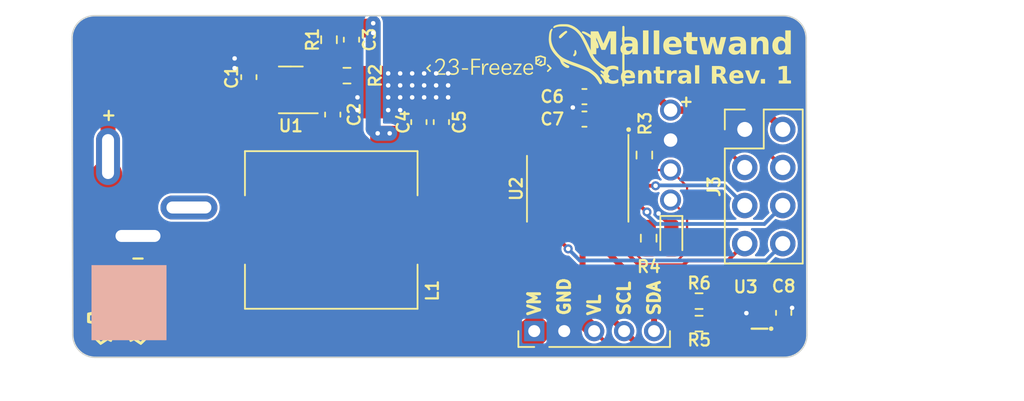
<source format=kicad_pcb>
(kicad_pcb (version 20221018) (generator pcbnew)
  (layers (0 "F.Cu" signal) (31 "B.Cu" signal) (34 "B.Paste" user) (35 "F.Paste" user) (36 "B.SilkS" user "B.Silkscreen") (37 "F.SilkS" user "F.Silkscreen") (38 "B.Mask" user) (39 "F.Mask" user) (44 "Edge.Cuts" user))
  (net 0 "")
  (net 1 "VBUS")
  (net 2 "GND")
  (net 3 "Net-(U1-BS)")
  (net 4 "Net-(U1-SW)")
  (net 5 "VDD")
  (net 6 "Net-(U1-FB)")
  (net 7 "Net-(D2-A)")
  (net 9 "SWCLK")
  (net 10 "SWDIO")
  (net 11 "nRF_CE")
  (net 12 "SPI1_MOSI")
  (net 13 "SPI1_MISO")
  (net 14 "I2C2_SCL")
  (net 15 "I2C2_SDA")
  (net 16 "ACT_LED")
  (net 24 "nRF_CS")
  (net 25 "SPI1_SCK")
  (net 26 "nRF_IRQ")
  (footprint "Capacitor_SMD:C_0603_1608Metric" (layer "F.Cu") (at 55.7 57.1 -90)
    (fp_text reference "C3" (at 0 -1.2 90) (layer "F.SilkS") (effects (font (size 0.8 0.8))))
    (fp_text value "22p")
    (pad "1" smd roundrect (at -0.775 0 270) (size 0.9 0.95) (layers "F.Cu" "F.Paste" "F.Mask") (net 5 "VDD"))
    (pad "2" smd roundrect (at 0.775 0 270) (size 0.9 0.95) (layers "F.Cu" "F.Paste" "F.Mask") (net 6 "Net-(U1-FB)"))
  )
  (footprint "Resistor_SMD:R_0603_1608Metric" (layer "F.Cu") (at 55.4 59.5)
    (fp_text reference "R2" (at 1.9 0 90) (layer "F.SilkS") (effects (font (size 0.8 0.8))))
    (fp_text value "22k")
    (pad "1" smd roundrect (at -0.825 0) (size 0.8 0.95) (layers "F.Cu" "F.Paste" "F.Mask") (net 6 "Net-(U1-FB)"))
    (pad "2" smd roundrect (at 0.825 0) (size 0.8 0.95) (layers "F.Cu" "F.Paste" "F.Mask") (net 2 "GND"))
  )
  (footprint "Resistor_SMD:R_0603_1608Metric" (layer "F.Cu") (at 78.9 76.05)
    (fp_text reference "R5" (at 0.01 1.1) (layer "F.SilkS") (effects (font (size 0.8 0.8))))
    (fp_text value "3.3k")
    (pad "1" smd roundrect (at -0.825 0) (size 0.8 0.95) (layers "F.Cu" "F.Paste" "F.Mask") (net 5 "VDD"))
    (pad "2" smd roundrect (at 0.825 0) (size 0.8 0.95) (layers "F.Cu" "F.Paste" "F.Mask") (net 14 "I2C2_SCL"))
  )
  (footprint "Capacitor_SMD:C_0603_1608Metric" (layer "F.Cu") (at 71.25 62.4 180)
    (fp_text reference "C7" (at 2.15 0) (layer "F.SilkS") (effects (font (size 0.8 0.8))))
    (fp_text value "100n")
    (pad "1" smd roundrect (at -0.775 0 180) (size 0.9 0.95) (layers "F.Cu" "F.Paste" "F.Mask") (net 5 "VDD"))
    (pad "2" smd roundrect (at 0.775 0 180) (size 0.9 0.95) (layers "F.Cu" "F.Paste" "F.Mask") (net 2 "GND"))
  )
  (footprint "Capacitor_SMD:C_0603_1608Metric" (layer "F.Cu") (at 61.7 62.6 90)
    (fp_text reference "C5" (at 0 1.2 90) (layer "F.SilkS") (effects (font (size 0.8 0.8))))
    (fp_text value "22u")
    (pad "1" smd roundrect (at -0.775 0 90) (size 0.9 0.95) (layers "F.Cu" "F.Paste" "F.Mask") (net 5 "VDD"))
    (pad "2" smd roundrect (at 0.775 0 90) (size 0.9 0.95) (layers "F.Cu" "F.Paste" "F.Mask") (net 2 "GND"))
  )
  (footprint "Resistor_SMD:R_0603_1608Metric" (layer "F.Cu") (at 54.2 57.1 -90)
    (fp_text reference "R1" (at 0 1.1 90) (layer "F.SilkS") (effects (font (size 0.8 0.8))))
    (fp_text value "100k")
    (pad "1" smd roundrect (at -0.825 0 270) (size 0.8 0.95) (layers "F.Cu" "F.Paste" "F.Mask") (net 5 "VDD"))
    (pad "2" smd roundrect (at 0.825 0 270) (size 0.8 0.95) (layers "F.Cu" "F.Paste" "F.Mask") (net 6 "Net-(U1-FB)"))
  )
  (footprint "Connector_PinHeader_2.00mm:PinHeader_1x05_P2.00mm_Vertical" (layer "F.Cu") (at 67.9 76.55 90)
    (fp_text reference "J4" hide)
    (fp_text value "Conn_01x05")
    (pad "1" thru_hole rect (at 0 0 90) (size 1.35 1.35) (drill 0.8) (layers "*.Cu" "*.Mask") (net 1 "VBUS"))
    (pad "2" thru_hole oval (at 0 2 90) (size 1.35 1.35) (drill 0.8) (layers "*.Cu" "*.Mask") (net 2 "GND"))
    (pad "3" thru_hole oval (at 0 4 90) (size 1.35 1.35) (drill 0.8) (layers "*.Cu" "*.Mask") (net 5 "VDD"))
    (pad "4" thru_hole oval (at 0 6 90) (size 1.35 1.35) (drill 0.8) (layers "*.Cu" "*.Mask") (net 14 "I2C2_SCL"))
    (pad "5" thru_hole oval (at 0 8 90) (size 1.35 1.35) (drill 0.8) (layers "*.Cu" "*.Mask") (net 15 "I2C2_SDA"))
  )
  (footprint "LED_SMD:LED_0603_1608Metric" (layer "F.Cu") (at 77.05 70.35 -90)
    (fp_text reference "D2" hide)
    (fp_text value "White")
    (pad "1" smd roundrect (at -0.7875 0 270) (size 0.875 0.95) (layers "F.Cu" "F.Paste" "F.Mask") (net 2 "GND"))
    (pad "2" smd roundrect (at 0.7875 0 270) (size 0.875 0.95) (layers "F.Cu" "F.Paste" "F.Mask") (net 7 "Net-(D2-A)"))
  )
  (footprint "Flowerbed_footprints:TestPoints_1x04_P2.0" (layer "F.Cu") (at 77 64.8 -90)
    (fp_text reference "J2" hide)
    (fp_text value "Conn_01x04")
    (fp_text user "+" (at -3.55 -1.1 -90 unlocked) (layer "F.SilkS") (effects (font (size 0.75 0.75))))
    (pad "1" thru_hole circle (at -3 0 270) (size 1.4 1.4) (drill 0.9) (layers "*.Cu" "*.Mask") (net 5 "VDD"))
    (pad "2" thru_hole circle (at -1 0 270) (size 1.4 1.4) (drill 0.9) (layers "*.Cu" "*.Mask") (net 2 "GND"))
    (pad "3" thru_hole circle (at 1 0 270) (size 1.4 1.4) (drill 0.9) (layers "*.Cu" "*.Mask") (net 9 "SWCLK"))
    (pad "4" thru_hole circle (at 3 0 270) (size 1.4 1.4) (drill 0.9) (layers "*.Cu" "*.Mask") (net 10 "SWDIO"))
  )
  (footprint "Resistor_SMD:R_0603_1608Metric" (layer "F.Cu") (at 75.5375 70.35 -90)
    (fp_text reference "R4" (at 1.9 -0.0125 -180) (layer "F.SilkS") (effects (font (size 0.8 0.8))))
    (fp_text value "6.8k")
    (pad "1" smd roundrect (at -0.825 0 270) (size 0.8 0.95) (layers "F.Cu" "F.Paste" "F.Mask") (net 16 "ACT_LED"))
    (pad "2" smd roundrect (at 0.825 0 270) (size 0.8 0.95) (layers "F.Cu" "F.Paste" "F.Mask") (net 7 "Net-(D2-A)"))
  )
  (footprint "Capacitor_SMD:C_0603_1608Metric" (layer "F.Cu") (at 71.25 60.9 180)
    (fp_text reference "C6" (at 2.15 0) (layer "F.SilkS") (effects (font (size 0.8 0.8))))
    (fp_text value "4.7u")
    (pad "1" smd roundrect (at -0.775 0 180) (size 0.9 0.95) (layers "F.Cu" "F.Paste" "F.Mask") (net 5 "VDD"))
    (pad "2" smd roundrect (at 0.775 0 180) (size 0.9 0.95) (layers "F.Cu" "F.Paste" "F.Mask") (net 2 "GND"))
  )
  (footprint "Package_TO_SOT_SMD:SOT-23-6" (layer "F.Cu") (at 51.65 60.45 180)
    (fp_text reference "U1" (at 0 -2.4) (layer "F.SilkS") (effects (font (size 0.8 0.8))))
    (fp_text value "MT2492")
    (pad "1" smd roundrect (at -1.1375 -0.95 180) (size 1.325 0.6) (layers "F.Cu" "F.Paste" "F.Mask") (net 3 "Net-(U1-BS)"))
    (pad "2" smd roundrect (at -1.1375 0 180) (size 1.325 0.6) (layers "F.Cu" "F.Paste" "F.Mask") (net 2 "GND"))
    (pad "3" smd roundrect (at -1.1375 0.95 180) (size 1.325 0.6) (layers "F.Cu" "F.Paste" "F.Mask") (net 6 "Net-(U1-FB)"))
    (pad "4" smd roundrect (at 1.1375 0.95 180) (size 1.325 0.6) (layers "F.Cu" "F.Paste" "F.Mask") (net 1 "VBUS"))
    (pad "5" smd roundrect (at 1.1375 0 180) (size 1.325 0.6) (layers "F.Cu" "F.Paste" "F.Mask") (net 1 "VBUS"))
    (pad "6" smd roundrect (at 1.1375 -0.95 180) (size 1.325 0.6) (layers "F.Cu" "F.Paste" "F.Mask") (net 4 "Net-(U1-SW)"))
  )
  (footprint "Inductor_SMD:L_Sunlord_MWSA1004S" (layer "F.Cu") (at 54.35 69.8)
    (fp_text reference "L1" (at 6.75 4.05 90) (layer "F.SilkS") (effects (font (size 0.8 0.8))))
    (fp_text value "4.7u")
    (pad "1" smd rect (at -4.75 0) (size 4.1 4.1) (layers "F.Cu" "F.Paste" "F.Mask") (net 4 "Net-(U1-SW)"))
    (pad "2" smd rect (at 4.75 0) (size 4.1 4.1) (layers "F.Cu" "F.Paste" "F.Mask") (net 5 "VDD"))
  )
  (footprint "Mallet_Cen_footprints:BarrelJack_DC022" (layer "F.Cu") (at 43.15 66.9)
    (fp_text reference "J1" hide)
    (fp_text value "Barrel_Jack_Switch_Pin3Ring")
    (pad "1" thru_hole oval (at -3.7 -2) (size 1.6 3.8) (drill oval 0.8 3) (layers "*.Cu" "*.Mask") (net 1 "VBUS"))
    (pad "2" thru_hole oval (at 1.7 1.4) (size 3.8 1.6) (drill oval 3 0.8) (layers "*.Cu" "*.Mask"))
    (pad "3" thru_hole oval (at -1.7 3.3) (size 3.8 1.6) (drill oval 3 0.8) (layers "*.Cu" "*.Mask") (net 2 "GND"))
  )
  (footprint "Capacitor_SMD:C_0603_1608Metric" (layer "F.Cu") (at 60.2 62.6 90)
    (fp_text reference "C4" (at 0 -1.05 90) (layer "F.SilkS") (effects (font (size 0.8 0.8))))
    (fp_text value "22u")
    (pad "1" smd roundrect (at -0.775 0 90) (size 0.9 0.95) (layers "F.Cu" "F.Paste" "F.Mask") (net 5 "VDD"))
    (pad "2" smd roundrect (at 0.775 0 90) (size 0.9 0.95) (layers "F.Cu" "F.Paste" "F.Mask") (net 2 "GND"))
  )
  (footprint "Capacitor_SMD:C_0603_1608Metric" (layer "F.Cu") (at 48.85 59.6 90)
    (fp_text reference "C1" (at 0 -1.15 90) (layer "F.SilkS") (effects (font (size 0.8 0.8))))
    (fp_text value "22u")
    (pad "1" smd roundrect (at -0.775 0 90) (size 0.9 0.95) (layers "F.Cu" "F.Paste" "F.Mask") (net 1 "VBUS"))
    (pad "2" smd roundrect (at 0.775 0 90) (size 0.9 0.95) (layers "F.Cu" "F.Paste" "F.Mask") (net 2 "GND"))
  )
  (footprint "LOGO" (layer "F.Cu") (at 70.95 58.15)
    (fp_text reference "G***" hide)
    (fp_text value "LOGO" hide)
  )
  (footprint "Connector_PinSocket_2.54mm:PinSocket_2x04_P2.54mm_Vertical" (layer "F.Cu") (at 84.49 63.09)
    (fp_text reference "J3" (at -4.59 3.81 90) (layer "F.SilkS") (effects (font (size 0.8 0.8))))
    (fp_text value "Conn_02x04_Odd_Even")
    (pad "1" thru_hole rect (at -2.54 0) (size 1.7 1.7) (drill 1) (layers "*.Cu" "*.Mask") (net 2 "GND"))
    (pad "2" thru_hole circle (at 0 0) (size 1.7 1.7) (drill 1) (layers "*.Cu" "*.Mask") (net 5 "VDD"))
    (pad "3" thru_hole oval (at -2.54 2.54) (size 1.7 1.7) (drill 1) (layers "*.Cu" "*.Mask") (net 11 "nRF_CE"))
    (pad "4" thru_hole oval (at 0 2.54) (size 1.7 1.7) (drill 1) (layers "*.Cu" "*.Mask") (net 24 "nRF_CS"))
    (pad "5" thru_hole oval (at -2.54 5.08) (size 1.7 1.7) (drill 1) (layers "*.Cu" "*.Mask") (net 25 "SPI1_SCK"))
    (pad "6" thru_hole oval (at 0 5.08) (size 1.7 1.7) (drill 1) (layers "*.Cu" "*.Mask") (net 12 "SPI1_MOSI"))
    (pad "7" thru_hole oval (at -2.54 7.62) (size 1.7 1.7) (drill 1) (layers "*.Cu" "*.Mask") (net 13 "SPI1_MISO"))
    (pad "8" thru_hole oval (at 0 7.62) (size 1.7 1.7) (drill 1) (layers "*.Cu" "*.Mask") (net 26 "nRF_IRQ"))
  )
  (footprint "Capacitor_SMD:C_0603_1608Metric" (layer "F.Cu") (at 84.55 75.335 90)
    (fp_text reference "C8" (at 1.785 0 180) (layer "F.SilkS") (effects (font (size 0.8 0.8))))
    (fp_text value "100n")
    (pad "1" smd roundrect (at -0.775 0 90) (size 0.9 0.95) (layers "F.Cu" "F.Paste" "F.Mask") (net 5 "VDD"))
    (pad "2" smd roundrect (at 0.775 0 90) (size 0.9 0.95) (layers "F.Cu" "F.Paste" "F.Mask") (net 2 "GND"))
  )
  (footprint "Resistor_SMD:R_0603_1608Metric" (layer "F.Cu") (at 75.25 64.8 90)
    (fp_text reference "R3" (at 2.1 0.05 90) (layer "F.SilkS") (effects (font (size 0.8 0.8))))
    (fp_text value "1.2M")
    (pad "1" smd roundrect (at -0.825 0 90) (size 0.8 0.95) (layers "F.Cu" "F.Paste" "F.Mask") (net 9 "SWCLK"))
    (pad "2" smd roundrect (at 0.825 0 90) (size 0.8 0.95) (layers "F.Cu" "F.Paste" "F.Mask") (net 2 "GND"))
  )
  (footprint "Resistor_SMD:R_0603_1608Metric" (layer "F.Cu") (at 78.9 74.55)
    (fp_text reference "R6" (at 0.01 -1.2) (layer "F.SilkS") (effects (font (size 0.8 0.8))))
    (fp_text value "3.3k")
    (pad "1" smd roundrect (at -0.825 0) (size 0.8 0.95) (layers "F.Cu" "F.Paste" "F.Mask") (net 5 "VDD"))
    (pad "2" smd roundrect (at 0.825 0) (size 0.8 0.95) (layers "F.Cu" "F.Paste" "F.Mask") (net 15 "I2C2_SDA"))
  )
  (footprint "LOGO" (layer "F.Cu") (at 40.3 75.439434)
    (fp_text reference "G***" hide)
    (fp_text value "LOGO" hide)
  )
  (footprint "LOGO" (layer "F.Cu") (at 64.55 58.9)
    (fp_text reference "G***" hide)
    (fp_text value "LOGO" hide)
  )
  (footprint "Mallet_Cen_footprints:SOT65P210X100-6N" (layer "F.Cu") (at 82.0625 75.34 180)
    (fp_text reference "U3" (at 0.0525 1.74) (layer "F.SilkS") (effects (font (size 0.8 0.8))))
    (fp_text value "LTC4311CSC6#TRPBF" hide)
    (pad "1" smd rect (at -0.95 -0.65 270) (size 0.4 1.2) (layers "F.Cu" "F.Paste" "F.Mask") (net 5 "VDD"))
    (pad "2" smd rect (at -0.95 0 270) (size 0.4 1.2) (layers "F.Cu" "F.Paste" "F.Mask") (net 2 "GND"))
    (pad "3" smd rect (at -0.95 0.65 270) (size 0.4 1.2) (layers "F.Cu" "F.Paste" "F.Mask") (net 5 "VDD"))
    (pad "4" smd rect (at 0.95 0.65 270) (size 0.4 1.2) (layers "F.Cu" "F.Paste" "F.Mask") (net 15 "I2C2_SDA"))
    (pad "5" smd rect (at 0.95 0 270) (size 0.4 1.2) (layers "F.Cu" "F.Paste" "F.Mask") (net 2 "GND"))
    (pad "6" smd rect (at 0.95 -0.65 270) (size 0.4 1.2) (layers "F.Cu" "F.Paste" "F.Mask") (net 14 "I2C2_SCL"))
  )
  (footprint "Package_SO:TSSOP-20_4.4x6.5mm_P0.65mm" (layer "F.Cu") (at 70.8 67.05 -90)
    (fp_text reference "U2" (at 0 4.1 90) (layer "F.SilkS") (effects (font (size 0.8 0.8))))
    (fp_text value "STM32G030F6Px")
    (pad "1" smd roundrect (at -2.8625 -2.925 270) (size 1.475 0.4) (layers "F.Cu" "F.Paste" "F.Mask"))
    (pad "2" smd roundrect (at -2.8625 -2.275 270) (size 1.475 0.4) (layers "F.Cu" "F.Paste" "F.Mask") (net 24 "nRF_CS"))
    (pad "3" smd roundrect (at -2.8625 -1.625 270) (size 1.475 0.4) (layers "F.Cu" "F.Paste" "F.Mask"))
    (pad "4" smd roundrect (at -2.8625 -0.975 270) (size 1.475 0.4) (layers "F.Cu" "F.Paste" "F.Mask") (net 5 "VDD"))
    (pad "5" smd roundrect (at -2.8625 -0.325 270) (size 1.475 0.4) (layers "F.Cu" "F.Paste" "F.Mask") (net 2 "GND"))
    (pad "6" smd roundrect (at -2.8625 0.325 270) (size 1.475 0.4) (layers "F.Cu" "F.Paste" "F.Mask"))
    (pad "7" smd roundrect (at -2.8625 0.975 270) (size 1.475 0.4) (layers "F.Cu" "F.Paste" "F.Mask") (net 11 "nRF_CE"))
    (pad "8" smd roundrect (at -2.8625 1.625 270) (size 1.475 0.4) (layers "F.Cu" "F.Paste" "F.Mask") (net 25 "SPI1_SCK"))
    (pad "9" smd roundrect (at -2.8625 2.275 270) (size 1.475 0.4) (layers "F.Cu" "F.Paste" "F.Mask") (net 12 "SPI1_MOSI"))
    (pad "10" smd roundrect (at -2.8625 2.925 270) (size 1.475 0.4) (layers "F.Cu" "F.Paste" "F.Mask"))
    (pad "11" smd roundrect (at 2.8625 2.925 270) (size 1.475 0.4) (layers "F.Cu" "F.Paste" "F.Mask"))
    (pad "12" smd roundrect (at 2.8625 2.275 270) (size 1.475 0.4) (layers "F.Cu" "F.Paste" "F.Mask"))
    (pad "13" smd roundrect (at 2.8625 1.625 270) (size 1.475 0.4) (layers "F.Cu" "F.Paste" "F.Mask"))
    (pad "14" smd roundrect (at 2.8625 0.975 270) (size 1.475 0.4) (layers "F.Cu" "F.Paste" "F.Mask") (net 26 "nRF_IRQ"))
    (pad "15" smd roundrect (at 2.8625 0.325 270) (size 1.475 0.4) (layers "F.Cu" "F.Paste" "F.Mask") (net 16 "ACT_LED"))
    (pad "16" smd roundrect (at 2.8625 -0.325 270) (size 1.475 0.4) (layers "F.Cu" "F.Paste" "F.Mask") (net 14 "I2C2_SCL"))
    (pad "17" smd roundrect (at 2.8625 -0.975 270) (size 1.475 0.4) (layers "F.Cu" "F.Paste" "F.Mask") (net 15 "I2C2_SDA"))
    (pad "18" smd roundrect (at 2.8625 -1.625 270) (size 1.475 0.4) (layers "F.Cu" "F.Paste" "F.Mask") (net 10 "SWDIO"))
    (pad "19" smd roundrect (at 2.8625 -2.275 270) (size 1.475 0.4) (layers "F.Cu" "F.Paste" "F.Mask") (net 9 "SWCLK"))
    (pad "20" smd roundrect (at 2.8625 -2.925 270) (size 1.475 0.4) (layers "F.Cu" "F.Paste" "F.Mask") (net 13 "SPI1_MISO"))
  )
  (footprint "Capacitor_SMD:C_0603_1608Metric" (layer "F.Cu") (at 54.45 62.1 -90)
    (fp_text reference "C2" (at 0 -1.43 90) (layer "F.SilkS") (effects (font (size 0.8 0.8))))
    (fp_text value "22n")
    (pad "1" smd roundrect (at -0.775 0 270) (size 0.9 0.95) (layers "F.Cu" "F.Paste" "F.Mask") (net 3 "Net-(U1-BS)"))
    (pad "2" smd roundrect (at 0.775 0 270) (size 0.9 0.95) (layers "F.Cu" "F.Paste" "F.Mask") (net 4 "Net-(U1-SW)"))
  )
  (gr_rect (start 38.35 72.15) (end 43.35 77.15) (stroke (width 0.01)) (fill solid) (layer "B.SilkS"))
  (gr_circle (center 74.2 63.1) (end 74.35 63.1) (stroke (width 0.01)) (fill solid) (layer "F.SilkS"))
  (gr_line (start 68.325 58.2) (end 68.625 58.3) (stroke (width 0.11)) (layer "F.SilkS"))
  (gr_line (start 68.8 58.8) (end 69 59) (stroke (width 0.11)) (layer "F.SilkS"))
  (gr_line (start 60.95 58.8) (end 60.75 59) (stroke (width 0.11)) (layer "F.SilkS"))
  (gr_line (start 69 59) (end 68.8 59.2) (stroke (width 0.11)) (layer "F.SilkS"))
  (gr_line (start 68.35 58.825) (end 68.025 58.7) (stroke (width 0.11)) (layer "F.SilkS"))
  (gr_line (start 68.275 58.65) (end 68.375 58.55) (stroke (width 0.11)) (layer "F.SilkS"))
  (gr_line (start 68.025 58.275) (end 68.325 58.2) (stroke (width 0.11)) (layer "F.SilkS"))
  (gr_line (start 73.85 56.25) (end 73.85 60.15) (stroke (width 0.15)) (layer "F.SilkS"))
  (gr_line (start 60.75 59) (end 60.95 59.2) (stroke (width 0.11)) (layer "F.SilkS"))
  (gr_line (start 68.625 58.325) (end 68.6 58.725) (stroke (width 0.11)) (layer "F.SilkS"))
  (gr_line (start 68.025 58.7) (end 68.025 58.275) (stroke (width 0.11)) (layer "F.SilkS"))
  (gr_line (start 68.125 58.5) (end 68.225 58.4) (stroke (width 0.11)) (layer "F.SilkS"))
  (gr_line (start 68.6 58.725) (end 68.35 58.825) (stroke (width 0.11)) (layer "F.SilkS"))
  (gr_line (start 86.1 76.8) (end 86.05 57) (stroke (width 0.1)) (layer "Edge.Cuts"))
  (gr_arc (start 37.05 57) (mid 37.48934 55.93934) (end 38.55 55.5) (stroke (width 0.1)) (layer "Edge.Cuts"))
  (gr_line (start 38.6 78.3) (end 84.6 78.3) (stroke (width 0.1)) (layer "Edge.Cuts"))
  (gr_arc (start 84.55 55.5) (mid 85.61066 55.93934) (end 86.05 57) (stroke (width 0.1)) (layer "Edge.Cuts"))
  (gr_arc (start 38.6 78.3) (mid 37.53934 77.86066) (end 37.1 76.8) (stroke (width 0.1)) (layer "Edge.Cuts"))
  (gr_line (start 37.05 57) (end 37.1 76.8) (stroke (width 0.1)) (layer "Edge.Cuts"))
  (gr_arc (start 86.1 76.8) (mid 85.66066 77.86066) (end 84.6 78.3) (stroke (width 0.1)) (layer "Edge.Cuts"))
  (gr_line (start 38.55 55.5) (end 84.55 55.5) (stroke (width 0.1)) (layer "Edge.Cuts"))
  (gr_text "SCL" (at 73.9 75.6 -270) (layer "F.SilkS") (effects (font (size 0.8 0.8) (thickness 0.2) bold) (justify left)))
  (gr_text "GND" (at 69.9 75.6 -270) (layer "F.SilkS") (effects (font (size 0.8 0.8) (thickness 0.2) bold) (justify left)))
  (gr_text "Malletwand" (at 85.2 57.45) (layer "F.SilkS") (effects (font (size 1.5 1.5) (thickness 0.2) bold) (justify right)))
  (gr_text "VM" (at 67.9 75.6 90) (layer "F.SilkS") (effects (font (size 0.8 0.8) (thickness 0.2) bold) (justify left)))
  (gr_text "+" (at 39.5 62.1) (layer "F.SilkS") (effects (font (size 0.8 0.8))))
  (gr_text "Central Rev. 1" (at 85.15 59.55) (layer "F.SilkS") (effects (font (size 1.15 1.15) (thickness 0.2) bold) (justify right)))
  (gr_text "SDA" (at 75.9 75.6 -270) (layer "F.SilkS") (effects (font (size 0.8 0.8) (thickness 0.2) bold) (justify left)))
  (gr_text "-" (at 41.45 71.65) (layer "F.SilkS") (effects (font (size 0.8 0.8))))
  (gr_text "VL" (at 71.9 75.6 90) (layer "F.SilkS") (effects (font (size 0.8 0.8) (thickness 0.2) bold) (justify left)))
  (segment (start 67.55 76.9) (end 67.9 76.55) (width 2) (layer "F.Cu") (net 1))
  (segment (start 39.4 66.1) (end 38.4 67.1) (width 2) (layer "F.Cu") (net 1))
  (segment (start 39.45 61.2) (end 40.275 60.375) (width 1) (layer "F.Cu") (net 1))
  (segment (start 41.5 76.9) (end 67.55 76.9) (width 2) (layer "F.Cu") (net 1))
  (segment (start 39.45 63.375) (end 39.45 61.2) (width 1) (layer "F.Cu") (net 1))
  (segment (start 38.4 67.1) (end 38.4 73.8) (width 2) (layer "F.Cu") (net 1))
  (segment (start 38.4 73.8) (end 41.5 76.9) (width 2) (layer "F.Cu") (net 1))
  (segment (start 40.275 60.375) (end 48.85 60.375) (width 1) (layer "F.Cu") (net 1))
  (segment (start 51.575 59.118026) (end 51.575 59.899999) (width 0.5) (layer "F.Cu") (net 2))
  (segment (start 52.125001 60.45) (end 52.7875 60.45) (width 0.5) (layer "F.Cu") (net 2))
  (segment (start 76.2 68.7125) (end 77.05 69.5625) (width 0.25) (layer "F.Cu") (net 2))
  (segment (start 48.85 58.825) (end 48.875 58.8) (width 0.5) (layer "F.Cu") (net 2))
  (segment (start 82.06 75.35) (end 82.05 75.34) (width 0.4) (layer "F.Cu") (net 2))
  (segment (start 82.05 75.34) (end 81.1125 75.34) (width 0.4) (layer "F.Cu") (net 2))
  (segment (start 82.07 75.34) (end 82.06 75.35) (width 0.4) (layer "F.Cu") (net 2))
  (segment (start 47.9 58.35) (end 48.375 58.35) (width 0.75) (layer "F.Cu") (net 2))
  (segment (start 52.7875 60.45) (end 56.65 60.45) (width 0.5) (layer "F.Cu") (net 2))
  (segment (start 47.9 59) (end 48.675 59) (width 0.75) (layer "F.Cu") (net 2))
  (segment (start 83.77 75.34) (end 83.0125 75.34) (width 0.4) (layer "F.Cu") (net 2))
  (segment (start 84.55 74.56) (end 83.77 75.34) (width 0.4) (layer "F.Cu") (net 2))
  (segment (start 51.575 59.899999) (end 52.125001 60.45) (width 0.5) (layer "F.Cu") (net 2))
  (segment (start 70.475 61.625) (end 70.475 62.4) (width 0.4) (layer "F.Cu") (net 2))
  (segment (start 76.2 68.7) (end 76.2 68.7125) (width 0.25) (layer "F.Cu") (net 2))
  (segment (start 48.675 59) (end 48.85 58.825) (width 0.75) (layer "F.Cu") (net 2))
  (segment (start 70.475 62.4) (end 71.125 63.05) (width 0.5) (layer "F.Cu") (net 2))
  (segment (start 47.9 59) (end 47.9 58.35) (width 0.75) (layer "F.Cu") (net 2))
  (segment (start 48.375 58.35) (end 48.85 58.825) (width 0.75) (layer "F.Cu") (net 2))
  (segment (start 71.125 63.05) (end 71.125 64.1875) (width 0.5) (layer "F.Cu") (net 2))
  (segment (start 75.25 63.775) (end 77.025 63.775) (width 0.15) (layer "F.Cu") (net 2))
  (segment (start 83.0125 75.34) (end 82.07 75.34) (width 0.4) (layer "F.Cu") (net 2))
  (segment (start 84.6705 74.56) (end 85.1105 75) (width 0.4) (layer "F.Cu") (net 2))
  (segment (start 51.256974 58.8) (end 51.575 59.118026) (width 0.5) (layer "F.Cu") (net 2))
  (segment (start 77.025 63.775) (end 77.05 63.8) (width 0.25) (layer "F.Cu") (net 2))
  (segment (start 48.875 58.8) (end 51.256974 58.8) (width 0.5) (layer "F.Cu") (net 2))
  (segment (start 84.55 74.56) (end 84.6705 74.56) (width 0.4) (layer "F.Cu") (net 2))
  (segment (start 70.475 61.625) (end 70.475 60.9) (width 0.4) (layer "F.Cu") (net 2))
  (via (at 70.475 61.625) (size 0.6) (drill 0.3) (layers "F.Cu" "B.Cu") (net 2))
  (via (at 59.75 60.95) (size 0.6) (drill 0.3) (layers "F.Cu" "B.Cu") (net 2))
  (via (at 61.35 60.15) (size 0.6) (drill 0.3) (layers "F.Cu" "B.Cu") (net 2))
  (via (at 61.35 59.35) (size 0.6) (drill 0.3) (layers "F.Cu" "B.Cu") (net 2))
  (via (at 60.55 60.95) (size 0.6) (drill 0.3) (layers "F.Cu" "B.Cu") (net 2))
  (via (at 58.15 61.8) (size 0.6) (drill 0.3) (layers "F.Cu" "B.Cu") (net 2))
  (via (at 60.55 59.35) (size 0.6) (drill 0.3) (layers "F.Cu" "B.Cu") (net 2))
  (via (at 82.06 75.35) (size 0.6) (drill 0.3) (layers "F.Cu" "B.Cu") (net 2))
  (via (at 58.15 59.35) (size 0.6) (drill 0.3) (layers "F.Cu" "B.Cu") (net 2))
  (via (at 58.95 59.35) (size 0.6) (drill 0.3) (layers "F.Cu" "B.Cu") (net 2))
  (via (at 59.75 60.15) (size 0.6) (drill 0.3) (layers "F.Cu" "B.Cu") (net 2))
  (via (at 62.15 60.15) (size 0.6) (drill 0.3) (layers "F.Cu" "B.Cu") (net 2))
  (via (at 59.75 59.35) (size 0.6) (drill 0.3) (layers "F.Cu" "B.Cu") (net 2))
  (via (at 85.1105 75) (size 0.6) (drill 0.3) (layers "F.Cu" "B.Cu") (net 2))
  (via (at 76.2 68.7) (size 0.6) (drill 0.3) (layers "F.Cu" "B.Cu") (net 2))
  (via (at 61.35 60.95) (size 0.6) (drill 0.3) (layers "F.Cu" "B.Cu") (net 2))
  (via (at 58.95 61.8) (size 0.6) (drill 0.3) (layers "F.Cu" "B.Cu") (net 2))
  (via (at 58.15 60.95) (size 0.6) (drill 0.3) (layers "F.Cu" "B.Cu") (net 2))
  (via (at 60.55 60.15) (size 0.6) (drill 0.3) (layers "F.Cu" "B.Cu") (net 2))
  (via (at 58.95 60.15) (size 0.6) (drill 0.3) (layers "F.Cu" "B.Cu") (net 2))
  (via (at 58.95 60.95) (size 0.6) (drill 0.3) (layers "F.Cu" "B.Cu") (net 2))
  (via (at 62.15 59.35) (size 0.6) (drill 0.3) (layers "F.Cu" "B.Cu") (net 2))
  (via (at 47.9 58.35) (size 0.6) (drill 0.3) (layers "F.Cu" "B.Cu") (net 2))
  (via (at 62.15 60.95) (size 0.6) (drill 0.3) (layers "F.Cu" "B.Cu") (net 2))
  (via (at 56.1 60.95) (size 0.6) (drill 0.3) (layers "F.Cu" "B.Cu") (net 2))
  (via (at 47.9 59) (size 0.6) (drill 0.3) (layers "F.Cu" "B.Cu") (net 2))
  (via (at 56.1 61.8) (size 0.6) (drill 0.3) (layers "F.Cu" "B.Cu") (net 2))
  (via (at 58.15 60.15) (size 0.6) (drill 0.3) (layers "F.Cu" "B.Cu") (net 2))
  (segment (start 54.375 61.4) (end 54.45 61.325) (width 0.5) (layer "F.Cu") (net 3))
  (segment (start 52.7875 61.4) (end 54.375 61.4) (width 0.75) (layer "F.Cu") (net 3))
  (segment (start 54.45 62.875) (end 52.475 62.875) (width 0.5) (layer "F.Cu") (net 4))
  (segment (start 51 61.4) (end 50.5125 61.4) (width 0.5) (layer "F.Cu") (net 4))
  (segment (start 52.475 62.875) (end 51 61.4) (width 0.5) (layer "F.Cu") (net 4))
  (segment (start 84.43 75.99) (end 84.55 76.11) (width 0.4) (layer "F.Cu") (net 5))
  (segment (start 84.55 76.11) (end 85.25 76.11) (width 0.4) (layer "F.Cu") (net 5))
  (segment (start 85.81 74.454882) (end 85.065118 73.71) (width 0.4) (layer "F.Cu") (net 5))
  (segment (start 71.9 76.55) (end 71.85 76.55) (width 1) (layer "F.Cu") (net 5))
  (segment (start 71.15 60.025) (end 67.175 60.025) (width 0.5) (layer "F.Cu") (net 5))
  (segment (start 83.76 76.9) (end 78.1 76.9) (width 0.4) (layer "F.Cu") (net 5))
  (segment (start 64.2 71.6) (end 64.1 71.5) (width 1) (layer "F.Cu") (net 5))
  (segment (start 83.0125 74.69) (end 82.5 74.69) (width 0.4) (layer "F.Cu") (net 5))
  (segment (start 83.2 61.8) (end 77 61.8) (width 0.5) (layer "F.Cu") (net 5))
  (segment (start 85.25 76.11) (end 85.81 75.55) (width 0.4) (layer "F.Cu") (net 5))
  (segment (start 83.0125 75.99) (end 84.43 75.99) (width 0.4) (layer "F.Cu") (net 5))
  (segment (start 78.075 76.875) (end 78.075 76.05) (width 0.25) (layer "F.Cu") (net 5))
  (segment (start 84.034882 73.71) (end 83.675 74.069882) (width 0.4) (layer "F.Cu") (net 5))
  (segment (start 83.675 74.435) (end 83.42 74.69) (width 0.4) (layer "F.Cu") (net 5))
  (segment (start 71.85 76.55) (end 66.9 71.6) (width 1) (layer "F.Cu") (net 5))
  (segment (start 85.065118 73.71) (end 84.034882 73.71) (width 0.4) (layer "F.Cu") (net 5))
  (segment (start 66.9 71.6) (end 64.2 71.6) (width 1) (layer "F.Cu") (net 5))
  (segment (start 72.025 60.9) (end 76.1 60.9) (width 0.5) (layer "F.Cu") (net 5))
  (segment (start 83.42 74.69) (end 83.0125 74.69) (width 0.4) (layer "F.Cu") (net 5))
  (segment (start 73.425 78.075) (end 76.875 78.075) (width 0.25) (layer "F.Cu") (net 5))
  (segment (start 78.1 76.9) (end 78.075 76.875) (width 0.4) (layer "F.Cu") (net 5))
  (segment (start 72.025 60.9) (end 71.15 60.025) (width 0.5) (layer "F.Cu") (net 5))
  (segment (start 85.81 75.55) (end 85.81 74.454882) (width 0.4) (layer "F.Cu") (net 5))
  (segment (start 71.775 64.1875) (end 71.775 62.65) (width 0.5) (layer "F.Cu") (net 5))
  (segment (start 67.175 60.025) (end 64.25 62.95) (width 0.5) (layer "F.Cu") (net 5))
  (segment (start 76.1 60.9) (end 77 61.8) (width 0.5) (layer "F.Cu") (net 5))
  (segment (start 78.075 76.05) (end 78.075 74.55) (width 0.5) (layer "F.Cu") (net 5))
  (segment (start 84.49 63.09) (end 83.2 61.8) (width 0.5) (layer "F.Cu") (net 5))
  (segment (start 71.775 62.65) (end 72.025 62.4) (width 0.5) (layer "F.Cu") (net 5))
  (segment (start 72.025 62.4) (end 72.025 60.9) (width 0.5) (layer "F.Cu") (net 5))
  (segment (start 84.55 76.11) (end 83.76 76.9) (width 0.4) (layer "F.Cu") (net 5))
  (segment (start 83.675 74.069882) (end 83.675 74.435) (width 0.4) (layer "F.Cu") (net 5))
  (segment (start 71.9 76.55) (end 73.425 78.075) (width 0.25) (layer "F.Cu") (net 5))
  (segment (start 76.875 78.075) (end 78.075 76.875) (width 0.25) (layer "F.Cu") (net 5))
  (via (at 58.25 63.35) (size 0.6) (drill 0.3) (layers "F.Cu" "B.Cu") (net 5))
  (via (at 57.15 56.65) (size 0.6) (drill 0.3) (layers "F.Cu" "B.Cu") (net 5))
  (via (at 57.15 56) (size 0.6) (drill 0.3) (layers "F.Cu" "B.Cu") (net 5))
  (via (at 57.45 63.35) (size 0.6) (drill 0.3) (layers "F.Cu" "B.Cu") (net 5))
  (segment (start 57.15 63.05) (end 57.15 56) (width 1) (layer "B.Cu") (net 5))
  (segment (start 58.25 63.35) (end 57.45 63.35) (width 1) (layer "B.Cu") (net 5))
  (segment (start 57.45 63.35) (end 57.15 63.05) (width 1) (layer "B.Cu") (net 5))
  (segment (start 77.0125 71.175) (end 77.05 71.1375) (width 0.25) (layer "F.Cu") (net 7))
  (segment (start 75.5375 71.175) (end 77.0125 71.175) (width 0.25) (layer "F.Cu") (net 7))
  (segment (start 74.4 71.119082) (end 75.080918 71.8) (width 0.15) (layer "F.Cu") (net 9))
  (segment (start 73.48761 68.95) (end 73.96239 68.95) (width 0.15) (layer "F.Cu") (net 9))
  (segment (start 73.075 69.9125) (end 73.075 69.36261) (width 0.15) (layer "F.Cu") (net 9))
  (segment (start 77 65.8) (end 75.625 65.8) (width 0.15) (layer "F.Cu") (net 9))
  (segment (start 73.075 69.36261) (end 73.48761 68.95) (width 0.15) (layer "F.Cu") (net 9))
  (segment (start 75.625 65.8) (end 75.25 65.425) (width 0.15) (layer "F.Cu") (net 9))
  (segment (start 74.4 69.38761) (end 74.4 71.119082) (width 0.15) (layer "F.Cu") (net 9))
  (segment (start 78.1 71.2) (end 78.1 66.9) (width 0.15) (layer "F.Cu") (net 9))
  (segment (start 77.5 71.8) (end 78.1 71.2) (width 0.15) (layer "F.Cu") (net 9))
  (segment (start 73.96239 68.95) (end 74.4 69.38761) (width 0.15) (layer "F.Cu") (net 9))
  (segment (start 78.1 66.9) (end 77 65.8) (width 0.15) (layer "F.Cu") (net 9))
  (segment (start 75.080918 71.8) (end 77.5 71.8) (width 0.15) (layer "F.Cu") (net 9))
  (segment (start 72.425 69.9125) (end 72.425 69.36261) (width 0.15) (layer "F.Cu") (net 10))
  (segment (start 77.4 70.4) (end 77.8 70) (width 0.15) (layer "F.Cu") (net 10))
  (segment (start 75.330918 70.4) (end 77.4 70.4) (width 0.15) (layer "F.Cu") (net 10))
  (segment (start 74.8375 69.906582) (end 75.330918 70.4) (width 0.15) (layer "F.Cu") (net 10))
  (segment (start 77.8 68.6) (end 77 67.8) (width 0.15) (layer "F.Cu") (net 10))
  (segment (start 73.13761 68.65) (end 74.1375 68.65) (width 0.15) (layer "F.Cu") (net 10))
  (segment (start 74.8375 69.35) (end 74.8375 69.906582) (width 0.15) (layer "F.Cu") (net 10))
  (segment (start 72.425 69.36261) (end 73.13761 68.65) (width 0.15) (layer "F.Cu") (net 10))
  (segment (start 74.1375 68.65) (end 74.8375 69.35) (width 0.15) (layer "F.Cu") (net 10))
  (segment (start 77.8 70) (end 77.8 68.6) (width 0.15) (layer "F.Cu") (net 10))
  (segment (start 69.825 64.808102) (end 69.825 64.1875) (width 0.25) (layer "F.Cu") (net 11))
  (segment (start 74.697708 64.825) (end 74.172708 65.35) (width 0.25) (layer "F.Cu") (net 11))
  (segment (start 74.172708 65.35) (end 70.366898 65.35) (width 0.25) (layer "F.Cu") (net 11))
  (segment (start 81.145 64.825) (end 74.697708 64.825) (width 0.25) (layer "F.Cu") (net 11))
  (segment (start 81.95 65.63) (end 81.145 64.825) (width 0.25) (layer "F.Cu") (net 11))
  (segment (start 70.366898 65.35) (end 69.825 64.808102) (width 0.25) (layer "F.Cu") (net 11))
  (segment (start 71.616898 67.9) (end 68.525 64.808102) (width 0.25) (layer "F.Cu") (net 12))
  (segment (start 75.424342 68.598668) (end 75.398668 68.598668) (width 0.25) (layer "F.Cu") (net 12))
  (segment (start 74.7 67.9) (end 71.616898 67.9) (width 0.25) (layer "F.Cu") (net 12))
  (segment (start 75.398668 68.598668) (end 74.7 67.9) (width 0.25) (layer "F.Cu") (net 12))
  (segment (start 68.525 64.808102) (end 68.525 64.1875) (width 0.25) (layer "F.Cu") (net 12))
  (via (at 75.424342 68.598668) (size 0.6) (drill 0.3) (layers "F.Cu" "B.Cu") (net 12))
  (segment (start 76.036827 69.4) (end 83.26 69.4) (width 0.25) (layer "B.Cu") (net 12))
  (segment (start 83.26 69.4) (end 84.49 68.17) (width 0.25) (layer "B.Cu") (net 12))
  (segment (start 75.424342 68.598668) (end 75.424342 68.787515) (width 0.25) (layer "B.Cu") (net 12))
  (segment (start 75.424342 68.787515) (end 76.036827 69.4) (width 0.25) (layer "B.Cu") (net 12))
  (segment (start 80.825 71.835) (end 81.95 70.71) (width 0.25) (layer "F.Cu") (net 13))
  (segment (start 73.725 70.975) (end 74.9 72.15) (width 0.25) (layer "F.Cu") (net 13))
  (segment (start 77.85 72.15) (end 78.165 71.835) (width 0.25) (layer "F.Cu") (net 13))
  (segment (start 74.9 72.15) (end 77.85 72.15) (width 0.25) (layer "F.Cu") (net 13))
  (segment (start 73.725 69.9125) (end 73.725 70.975) (width 0.25) (layer "F.Cu") (net 13))
  (segment (start 78.165 71.835) (end 80.825 71.835) (width 0.25) (layer "F.Cu") (net 13))
  (segment (start 81.1125 75.99) (end 79.785 75.99) (width 0.5) (layer "F.Cu") (net 14))
  (segment (start 76.299569 77.6) (end 74.95 77.6) (width 0.4) (layer "F.Cu") (net 14))
  (segment (start 77.2 74.058012) (end 77.2 76.699569) (width 0.4) (layer "F.Cu") (net 14))
  (segment (start 78.825 75.15) (end 78.825 74.041642) (width 0.4) (layer "F.Cu") (net 14))
  (segment (start 79.785 75.99) (end 79.725 76.05) (width 0.5) (layer "F.Cu") (net 14))
  (segment (start 78.508358 73.725) (end 77.533012 73.725) (width 0.4) (layer "F.Cu") (net 14))
  (segment (start 79.725 76.05) (end 78.825 75.15) (width 0.4) (layer "F.Cu") (net 14))
  (segment (start 71.125 73.775) (end 71.125 69.9125) (width 0.4) (layer "F.Cu") (net 14))
  (segment (start 77.2 76.699569) (end 76.299569 77.6) (width 0.4) (layer "F.Cu") (net 14))
  (segment (start 77.533012 73.725) (end 77.2 74.058012) (width 0.4) (layer "F.Cu") (net 14))
  (segment (start 73.9 76.55) (end 71.125 73.775) (width 0.4) (layer "F.Cu") (net 14))
  (segment (start 74.95 77.6) (end 73.9 76.55) (width 0.4) (layer "F.Cu") (net 14))
  (segment (start 78.825 74.041642) (end 78.508358 73.725) (width 0.4) (layer "F.Cu") (net 14))
  (segment (start 71.775 70.639168) (end 72.135832 71) (width 0.4) (layer "F.Cu") (net 15))
  (segment (start 77.15 73.15) (end 75.9 74.4) (width 0.4) (layer "F.Cu") (net 15))
  (segment (start 81.1125 74.69) (end 79.865 74.69) (width 0.5) (layer "F.Cu") (net 15))
  (segment (start 72.5 71) (end 75.9 74.4) (width 0.4) (layer "F.Cu") (net 15))
  (segment (start 79.725 74.55) (end 79.725 74.125) (width 0.4) (layer "F.Cu") (net 15))
  (segment (start 75.9 76.55) (end 75.9 74.4) (width 0.4) (layer "F.Cu") (net 15))
  (segment (start 79.865 74.69) (end 79.725 74.55) (width 0.5) (layer "F.Cu") (net 15))
  (segment (start 72.135832 71) (end 72.5 71) (width 0.4) (layer "F.Cu") (net 15))
  (segment (start 71.775 69.9125) (end 71.775 70.639168) (width 0.4) (layer "F.Cu") (net 15))
  (segment (start 78.75 73.15) (end 77.15 73.15) (width 0.4) (layer "F.Cu") (net 15))
  (segment (start 79.725 74.125) (end 78.75 73.15) (width 0.4) (layer "F.Cu") (net 15))
  (segment (start 74.3125 68.3) (end 75.5375 69.525) (width 0.25) (layer "F.Cu") (net 16))
  (segment (start 70.475 69.9125) (end 70.475 69.291898) (width 0.25) (layer "F.Cu") (net 16))
  (segment (start 71.466898 68.3) (end 74.3125 68.3) (width 0.25) (layer "F.Cu") (net 16))
  (segment (start 70.475 69.291898) (end 71.466898 68.3) (width 0.25) (layer "F.Cu") (net 16))
  (segment (start 78.815 64.215) (end 83.075 64.215) (width 0.25) (layer "F.Cu") (net 24))
  (segment (start 83.075 64.215) (end 84.49 65.63) (width 0.25) (layer "F.Cu") (net 24))
  (segment (start 73.475 62.825) (end 77.425 62.825) (width 0.25) (layer "F.Cu") (net 24))
  (segment (start 77.425 62.825) (end 78.815 64.215) (width 0.25) (layer "F.Cu") (net 24))
  (segment (start 73.075 64.1875) (end 73.075 63.225) (width 0.25) (layer "F.Cu") (net 24))
  (segment (start 73.075 63.225) (end 73.475 62.825) (width 0.25) (layer "F.Cu") (net 24))
  (segment (start 76 66.85) (end 71.216898 66.85) (width 0.25) (layer "F.Cu") (net 25))
  (segment (start 69.175 64.808102) (end 69.175 64.1875) (width 0.25) (layer "F.Cu") (net 25))
  (segment (start 71.216898 66.85) (end 69.175 64.808102) (width 0.25) (layer "F.Cu") (net 25))
  (via (at 76 66.85) (size 0.6) (drill 0.3) (layers "F.Cu" "B.Cu") (net 25))
  (segment (start 76 66.85) (end 76.025 66.825) (width 0.25) (layer "B.Cu") (net 25))
  (segment (start 80.605 66.825) (end 81.95 68.17) (width 0.25) (layer "B.Cu") (net 25))
  (segment (start 76.025 66.825) (end 80.605 66.825) (width 0.25) (layer "B.Cu") (net 25))
  (segment (start 69.825 70.720156) (end 69.825 69.9125) (width 0.25) (layer "F.Cu") (net 26))
  (segment (start 70.165498 71.060654) (end 69.825 70.720156) (width 0.25) (layer "F.Cu") (net 26))
  (via (at 70.165498 71.060654) (size 0.6) (drill 0.3) (layers "F.Cu" "B.Cu") (net 26))
  (segment (start 70.165498 71.060654) (end 70.939844 71.835) (width 0.25) (layer "B.Cu") (net 26))
  (segment (start 83.365 71.835) (end 84.49 70.71) (width 0.25) (layer "B.Cu") (net 26))
  (segment (start 70.939844 71.835) (end 83.365 71.835) (width 0.25) (layer "B.Cu") (net 26))
  (zone (net 5) (net_name "VDD") (layer "F.Cu") (priority 4) (connect_pads yes (clearance 0.1)) (min_thickness 0.25) (fill yes (thermal_gap 0.5) (thermal_bridge_width 0.5) (island_removal_mode 1) (island_area_min 10))
    (polygon (pts (xy 56.95 62.85) (xy 56.95 71.9) (xy 64.3 71.9) (xy 64.35 62.85)))
  )
  (zone (net 5) (net_name "VDD") (layer "F.Cu") (priority 5) (connect_pads yes (clearance 0.1)) (min_thickness 0.25) (fill yes (thermal_gap 0.5) (thermal_bridge_width 0.5) (island_removal_mode 1) (island_area_min 10))
    (polygon (pts (xy 53.4 55.7) (xy 53.4 56.95) (xy 57.55 56.95) (xy 57.55 55.7)))
  )
  (zone (net 1) (net_name "VBUS") (layer "F.Cu") (priority 1) (connect_pads yes (clearance 0.1)) (min_thickness 0.25) (fill yes (thermal_gap 0.5) (thermal_bridge_width 0.5))
    (polygon (pts (xy 48.15 61.05) (xy 51.2 61.05) (xy 51.2 59.05) (xy 49.4 59.05) (xy 48.9 59.45) (xy 48.15 59.45)))
  )
  (zone (net 2) (net_name "GND") (layer "F.Cu") (connect_pads yes (clearance 0.1)) (min_thickness 0.25) (fill yes (thermal_gap 0.5) (thermal_bridge_width 0.5))
    (polygon (pts (xy 55.6 58.85) (xy 55.6 62.35) (xy 62.6 62.35) (xy 62.6 58.85)))
  )
  (zone (net 6) (net_name "Net-(U1-FB)") (layer "F.Cu") (priority 2) (connect_pads yes (clearance 0.1)) (min_thickness 0.25) (fill yes (thermal_gap 0.5) (thermal_bridge_width 0.5))
    (polygon (pts (xy 52 60) (xy 52 58.75) (xy 53.2 58.75) (xy 53.45 58.5) (xy 53.45 57.4) (xy 56.4 57.4) (xy 56.4 58.65) (xy 55.4 58.65) (xy 55.2 58.85) (xy 55.2 60.05)))
  )
  (zone (net 4) (net_name "Net-(U1-SW)") (layer "F.Cu") (priority 3) (connect_pads yes (clearance 0.1)) (min_thickness 0.25) (fill yes (thermal_gap 0.5) (thermal_bridge_width 0.5))
    (polygon (pts (xy 47.55 61.05) (xy 47.55 71.85) (xy 50.5 71.85) (xy 50.5 61.05)))
  )
  (zone (net 2) (net_name "GND") (layer "B.Cu") (connect_pads yes (clearance 0.15)) (min_thickness 0.15) (fill yes (thermal_gap 0.5) (thermal_bridge_width 0.5))
    (polygon (pts (xy 35.85 54.45) (xy 35.5 78.65) (xy 100.6 78.85) (xy 100.6 54.55)))
  )
)
</source>
